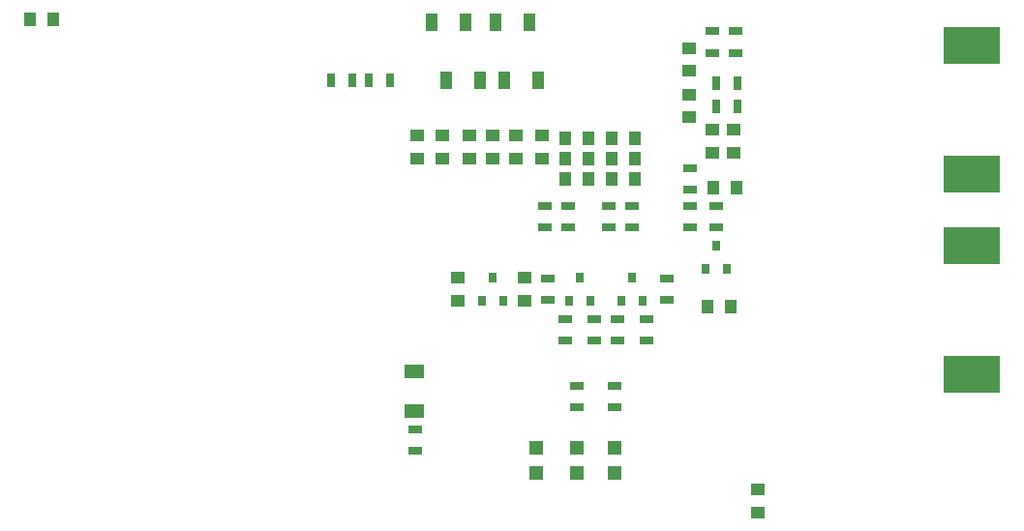
<source format=gbr>
G04 #@! TF.GenerationSoftware,KiCad,Pcbnew,5.1.5+dfsg1-2build2*
G04 #@! TF.CreationDate,2021-11-28T21:57:44+10:30*
G04 #@! TF.ProjectId,tda8954-btl,74646138-3935-4342-9d62-746c2e6b6963,rev?*
G04 #@! TF.SameCoordinates,Original*
G04 #@! TF.FileFunction,Paste,Top*
G04 #@! TF.FilePolarity,Positive*
%FSLAX46Y46*%
G04 Gerber Fmt 4.6, Leading zero omitted, Abs format (unit mm)*
G04 Created by KiCad (PCBNEW 5.1.5+dfsg1-2build2) date 2021-11-28 21:57:44*
%MOMM*%
%LPD*%
G04 APERTURE LIST*
%ADD10R,1.300000X0.700000*%
%ADD11R,0.700000X1.300000*%
%ADD12R,1.000000X1.250000*%
%ADD13R,1.250000X1.000000*%
%ADD14R,1.000000X1.600000*%
%ADD15R,1.200000X1.200000*%
%ADD16R,1.700000X1.300000*%
%ADD17R,5.000000X3.250000*%
%ADD18R,0.800000X0.900000*%
G04 APERTURE END LIST*
D10*
X94234000Y-29144000D03*
X94234000Y-27244000D03*
D11*
X96454000Y-31750000D03*
X94554000Y-31750000D03*
D12*
X34560000Y-26206000D03*
X36560000Y-26206000D03*
D13*
X75000000Y-36382000D03*
X75000000Y-38382000D03*
X68396000Y-38382000D03*
X68396000Y-36382000D03*
X94234000Y-35846000D03*
X94234000Y-37846000D03*
X92202000Y-32782000D03*
X92202000Y-34782000D03*
X98241000Y-69370000D03*
X98241000Y-67370000D03*
D14*
X72690000Y-26460000D03*
X69690000Y-26460000D03*
X75278000Y-26460000D03*
X78278000Y-26460000D03*
D12*
X93812000Y-51352000D03*
X95812000Y-51352000D03*
D13*
X96082000Y-37846000D03*
X96082000Y-35846000D03*
X92202000Y-28718000D03*
X92202000Y-30718000D03*
X71952000Y-50828000D03*
X71952000Y-48828000D03*
X77794000Y-50828000D03*
X77794000Y-48828000D03*
X79318000Y-38382000D03*
X79318000Y-36382000D03*
X70612000Y-36382000D03*
X70612000Y-38382000D03*
D12*
X85430000Y-36620000D03*
X87430000Y-36620000D03*
X85430000Y-38398000D03*
X87430000Y-38398000D03*
X87430000Y-40176000D03*
X85430000Y-40176000D03*
D14*
X76040000Y-31540000D03*
X79040000Y-31540000D03*
X70960000Y-31540000D03*
X73960000Y-31540000D03*
D13*
X72968000Y-36382000D03*
X72968000Y-38382000D03*
X77032000Y-38382000D03*
X77032000Y-36382000D03*
D12*
X81366000Y-40176000D03*
X83366000Y-40176000D03*
X83366000Y-38398000D03*
X81366000Y-38398000D03*
X81366000Y-36620000D03*
X83366000Y-36620000D03*
X94320000Y-40938000D03*
X96320000Y-40938000D03*
D15*
X78810000Y-65914000D03*
X78810000Y-63714000D03*
D16*
X68127000Y-60496000D03*
X68127000Y-56996000D03*
D15*
X85668000Y-63714000D03*
X85668000Y-65914000D03*
X82366000Y-65914000D03*
X82366000Y-63714000D03*
D17*
X116910000Y-45981000D03*
X116910000Y-57231000D03*
X116910000Y-39705000D03*
X116910000Y-28455000D03*
D18*
X87192000Y-48828000D03*
X88142000Y-50828000D03*
X86242000Y-50828000D03*
X82620000Y-48828000D03*
X83570000Y-50828000D03*
X81670000Y-50828000D03*
X93608000Y-48034000D03*
X95508000Y-48034000D03*
X94558000Y-46034000D03*
D11*
X94554000Y-33782000D03*
X96454000Y-33782000D03*
X62742000Y-31540000D03*
X60842000Y-31540000D03*
X64144000Y-31540000D03*
X66044000Y-31540000D03*
D10*
X96266000Y-29144000D03*
X96266000Y-27244000D03*
X87192000Y-42528000D03*
X87192000Y-44428000D03*
X85160000Y-44428000D03*
X85160000Y-42528000D03*
X88462000Y-54334000D03*
X88462000Y-52434000D03*
X83890000Y-54334000D03*
X83890000Y-52434000D03*
X92272000Y-42528000D03*
X92272000Y-44428000D03*
X79826000Y-48878000D03*
X79826000Y-50778000D03*
X85922000Y-54334000D03*
X85922000Y-52434000D03*
X81350000Y-52434000D03*
X81350000Y-54334000D03*
X92272000Y-41126000D03*
X92272000Y-39226000D03*
X68269000Y-63986000D03*
X68269000Y-62086000D03*
X94558000Y-42528000D03*
X94558000Y-44428000D03*
X85668000Y-58276000D03*
X85668000Y-60176000D03*
X82366000Y-60176000D03*
X82366000Y-58276000D03*
X79572000Y-42528000D03*
X79572000Y-44428000D03*
X90240000Y-50778000D03*
X90240000Y-48878000D03*
X81604000Y-44428000D03*
X81604000Y-42528000D03*
D18*
X74050000Y-50828000D03*
X75950000Y-50828000D03*
X75000000Y-48828000D03*
M02*

</source>
